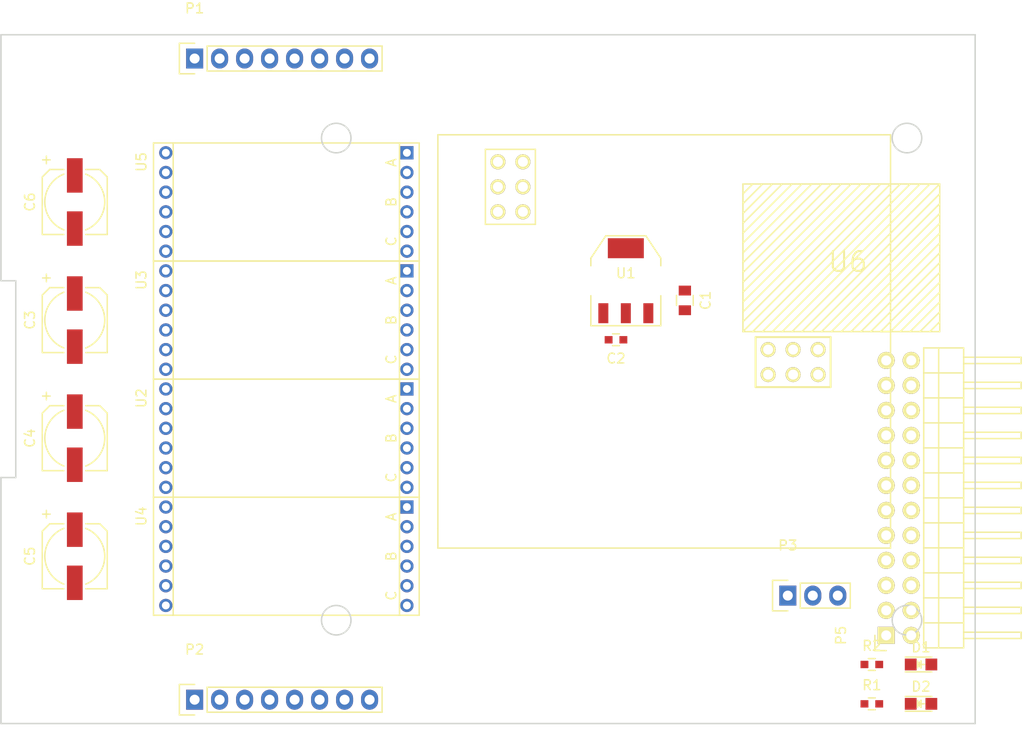
<source format=kicad_pcb>
(kicad_pcb (version 4) (host pcbnew 4.0.4-stable)

  (general
    (links 90)
    (no_connects 90)
    (area 50.399999 61.345 154.685001 135.975)
    (thickness 1.6)
    (drawings 14)
    (tracks 0)
    (zones 0)
    (modules 20)
    (nets 32)
  )

  (page A4)
  (layers
    (0 F.Cu signal)
    (31 B.Cu signal)
    (32 B.Adhes user)
    (33 F.Adhes user)
    (34 B.Paste user)
    (35 F.Paste user)
    (36 B.SilkS user)
    (37 F.SilkS user)
    (38 B.Mask user)
    (39 F.Mask user)
    (40 Dwgs.User user)
    (41 Cmts.User user)
    (42 Eco1.User user)
    (43 Eco2.User user)
    (44 Edge.Cuts user)
    (45 Margin user)
    (46 B.CrtYd user)
    (47 F.CrtYd user)
    (48 B.Fab user)
    (49 F.Fab user)
  )

  (setup
    (last_trace_width 0.25)
    (trace_clearance 0.2)
    (zone_clearance 0.508)
    (zone_45_only no)
    (trace_min 0.2)
    (segment_width 0.2)
    (edge_width 0.15)
    (via_size 0.6)
    (via_drill 0.4)
    (via_min_size 0.4)
    (via_min_drill 0.3)
    (uvia_size 0.3)
    (uvia_drill 0.1)
    (uvias_allowed no)
    (uvia_min_size 0.2)
    (uvia_min_drill 0.1)
    (pcb_text_width 0.3)
    (pcb_text_size 1.5 1.5)
    (mod_edge_width 0.15)
    (mod_text_size 1 1)
    (mod_text_width 0.15)
    (pad_size 1.524 1.524)
    (pad_drill 0.762)
    (pad_to_mask_clearance 0.2)
    (aux_axis_origin 0 0)
    (visible_elements 7FFFF7FF)
    (pcbplotparams
      (layerselection 0x00030_80000001)
      (usegerberextensions false)
      (excludeedgelayer true)
      (linewidth 0.100000)
      (plotframeref false)
      (viasonmask false)
      (mode 1)
      (useauxorigin false)
      (hpglpennumber 1)
      (hpglpenspeed 20)
      (hpglpendiameter 15)
      (hpglpenoverlay 2)
      (psnegative false)
      (psa4output false)
      (plotreference true)
      (plotvalue true)
      (plotinvisibletext false)
      (padsonsilk false)
      (subtractmaskfromsilk false)
      (outputformat 1)
      (mirror false)
      (drillshape 1)
      (scaleselection 1)
      (outputdirectory ""))
  )

  (net 0 "")
  (net 1 /5V)
  (net 2 GND)
  (net 3 /3V3)
  (net 4 /V_BAT)
  (net 5 "Net-(D1-Pad2)")
  (net 6 "Net-(D2-Pad1)")
  (net 7 /CH1)
  (net 8 /CH2)
  (net 9 /CH3)
  (net 10 /CH4)
  (net 11 /CH5)
  (net 12 /CH6)
  (net 13 /SCL)
  (net 14 /SDA)
  (net 15 /MOTOR_2A)
  (net 16 /MOTOR_1C)
  (net 17 /MOTOR_2B)
  (net 18 /MOTOR_1B)
  (net 19 /MOTOR_2C)
  (net 20 /MOTOR_1A)
  (net 21 /MOTOR_3A)
  (net 22 /T+)
  (net 23 /MOTOR_3B)
  (net 24 /T-)
  (net 25 /MOTOR_3C)
  (net 26 /MOTOR_4C)
  (net 27 /MOTOR_4B)
  (net 28 /MOTOR_4A)
  (net 29 "Net-(R1-Pad1)")
  (net 30 "Net-(R2-Pad1)")
  (net 31 "Net-(U6-PadNC)")

  (net_class Default "This is the default net class."
    (clearance 0.2)
    (trace_width 0.25)
    (via_dia 0.6)
    (via_drill 0.4)
    (uvia_dia 0.3)
    (uvia_drill 0.1)
    (add_net /3V3)
    (add_net /5V)
    (add_net /CH1)
    (add_net /CH2)
    (add_net /CH3)
    (add_net /CH4)
    (add_net /CH5)
    (add_net /CH6)
    (add_net /MOTOR_1A)
    (add_net /MOTOR_1B)
    (add_net /MOTOR_1C)
    (add_net /MOTOR_2A)
    (add_net /MOTOR_2B)
    (add_net /MOTOR_2C)
    (add_net /MOTOR_3A)
    (add_net /MOTOR_3B)
    (add_net /MOTOR_3C)
    (add_net /MOTOR_4A)
    (add_net /MOTOR_4B)
    (add_net /MOTOR_4C)
    (add_net /SCL)
    (add_net /SDA)
    (add_net /T+)
    (add_net /T-)
    (add_net /V_BAT)
    (add_net GND)
    (add_net "Net-(D1-Pad2)")
    (add_net "Net-(D2-Pad1)")
    (add_net "Net-(R1-Pad1)")
    (add_net "Net-(R2-Pad1)")
    (add_net "Net-(U6-PadNC)")
  )

  (module Capacitors_SMD:C_0805 (layer F.Cu) (tedit 5415D6EA) (tstamp 58288127)
    (at 120 92 270)
    (descr "Capacitor SMD 0805, reflow soldering, AVX (see smccp.pdf)")
    (tags "capacitor 0805")
    (path /58289D95)
    (attr smd)
    (fp_text reference C1 (at 0 -2.1 270) (layer F.SilkS)
      (effects (font (size 1 1) (thickness 0.15)))
    )
    (fp_text value C (at 0 2.1 270) (layer F.Fab)
      (effects (font (size 1 1) (thickness 0.15)))
    )
    (fp_line (start -1 0.625) (end -1 -0.625) (layer F.Fab) (width 0.15))
    (fp_line (start 1 0.625) (end -1 0.625) (layer F.Fab) (width 0.15))
    (fp_line (start 1 -0.625) (end 1 0.625) (layer F.Fab) (width 0.15))
    (fp_line (start -1 -0.625) (end 1 -0.625) (layer F.Fab) (width 0.15))
    (fp_line (start -1.8 -1) (end 1.8 -1) (layer F.CrtYd) (width 0.05))
    (fp_line (start -1.8 1) (end 1.8 1) (layer F.CrtYd) (width 0.05))
    (fp_line (start -1.8 -1) (end -1.8 1) (layer F.CrtYd) (width 0.05))
    (fp_line (start 1.8 -1) (end 1.8 1) (layer F.CrtYd) (width 0.05))
    (fp_line (start 0.5 -0.85) (end -0.5 -0.85) (layer F.SilkS) (width 0.15))
    (fp_line (start -0.5 0.85) (end 0.5 0.85) (layer F.SilkS) (width 0.15))
    (pad 1 smd rect (at -1 0 270) (size 1 1.25) (layers F.Cu F.Paste F.Mask)
      (net 1 /5V))
    (pad 2 smd rect (at 1 0 270) (size 1 1.25) (layers F.Cu F.Paste F.Mask)
      (net 2 GND))
    (model Capacitors_SMD.3dshapes/C_0805.wrl
      (at (xyz 0 0 0))
      (scale (xyz 1 1 1))
      (rotate (xyz 0 0 0))
    )
  )

  (module Capacitors_SMD:C_0603 (layer F.Cu) (tedit 5415D631) (tstamp 58288137)
    (at 113 96 180)
    (descr "Capacitor SMD 0603, reflow soldering, AVX (see smccp.pdf)")
    (tags "capacitor 0603")
    (path /5828A25A)
    (attr smd)
    (fp_text reference C2 (at 0 -1.9 180) (layer F.SilkS)
      (effects (font (size 1 1) (thickness 0.15)))
    )
    (fp_text value C (at 0 1.9 180) (layer F.Fab)
      (effects (font (size 1 1) (thickness 0.15)))
    )
    (fp_line (start -0.8 0.4) (end -0.8 -0.4) (layer F.Fab) (width 0.15))
    (fp_line (start 0.8 0.4) (end -0.8 0.4) (layer F.Fab) (width 0.15))
    (fp_line (start 0.8 -0.4) (end 0.8 0.4) (layer F.Fab) (width 0.15))
    (fp_line (start -0.8 -0.4) (end 0.8 -0.4) (layer F.Fab) (width 0.15))
    (fp_line (start -1.45 -0.75) (end 1.45 -0.75) (layer F.CrtYd) (width 0.05))
    (fp_line (start -1.45 0.75) (end 1.45 0.75) (layer F.CrtYd) (width 0.05))
    (fp_line (start -1.45 -0.75) (end -1.45 0.75) (layer F.CrtYd) (width 0.05))
    (fp_line (start 1.45 -0.75) (end 1.45 0.75) (layer F.CrtYd) (width 0.05))
    (fp_line (start -0.35 -0.6) (end 0.35 -0.6) (layer F.SilkS) (width 0.15))
    (fp_line (start 0.35 0.6) (end -0.35 0.6) (layer F.SilkS) (width 0.15))
    (pad 1 smd rect (at -0.75 0 180) (size 0.8 0.75) (layers F.Cu F.Paste F.Mask)
      (net 3 /3V3))
    (pad 2 smd rect (at 0.75 0 180) (size 0.8 0.75) (layers F.Cu F.Paste F.Mask)
      (net 2 GND))
    (model Capacitors_SMD.3dshapes/C_0603.wrl
      (at (xyz 0 0 0))
      (scale (xyz 1 1 1))
      (rotate (xyz 0 0 0))
    )
  )

  (module Capacitors_SMD:c_elec_6.3x4.5 (layer F.Cu) (tedit 57FA4558) (tstamp 58288153)
    (at 58 94 270)
    (descr "SMT capacitor, aluminium electrolytic, 6.3x4.5")
    (path /582859A4)
    (attr smd)
    (fp_text reference C3 (at 0 4.5593 270) (layer F.SilkS)
      (effects (font (size 1 1) (thickness 0.15)))
    )
    (fp_text value CP1 (at 0 -4.5593 270) (layer F.Fab)
      (effects (font (size 1 1) (thickness 0.15)))
    )
    (fp_line (start 3.1496 3.1496) (end 3.1496 -3.1496) (layer F.Fab) (width 0.15))
    (fp_line (start -2.4765 3.1496) (end 3.1496 3.1496) (layer F.Fab) (width 0.15))
    (fp_line (start -3.1496 2.4765) (end -2.4765 3.1496) (layer F.Fab) (width 0.15))
    (fp_line (start -3.1496 -2.4765) (end -3.1496 2.4765) (layer F.Fab) (width 0.15))
    (fp_line (start -2.4765 -3.1496) (end -3.1496 -2.4765) (layer F.Fab) (width 0.15))
    (fp_line (start 3.1496 -3.1496) (end -2.4765 -3.1496) (layer F.Fab) (width 0.15))
    (fp_text user + (at -1.7272 -0.0762 270) (layer F.Fab)
      (effects (font (size 1 1) (thickness 0.15)))
    )
    (fp_arc (start 0 0) (end 2.8321 1.1176) (angle 136.9297483) (layer F.SilkS) (width 0.15))
    (fp_arc (start 0 0) (end -2.8321 -1.1176) (angle 136.9770428) (layer F.SilkS) (width 0.15))
    (fp_line (start 3.302 3.302) (end 3.302 1.1176) (layer F.SilkS) (width 0.15))
    (fp_line (start 3.302 -3.302) (end 3.302 -1.1176) (layer F.SilkS) (width 0.15))
    (fp_line (start -3.302 2.54) (end -3.302 1.1176) (layer F.SilkS) (width 0.15))
    (fp_line (start -3.302 -2.54) (end -3.302 -1.1176) (layer F.SilkS) (width 0.15))
    (fp_text user + (at -4.2799 2.9591 270) (layer F.SilkS)
      (effects (font (size 1 1) (thickness 0.15)))
    )
    (fp_line (start 4.85 -3.6) (end -4.85 -3.6) (layer F.CrtYd) (width 0.05))
    (fp_line (start -4.85 -3.6) (end -4.85 3.6) (layer F.CrtYd) (width 0.05))
    (fp_line (start -4.85 3.6) (end 4.85 3.6) (layer F.CrtYd) (width 0.05))
    (fp_line (start 4.85 3.6) (end 4.85 -3.6) (layer F.CrtYd) (width 0.05))
    (fp_line (start 3.302 3.302) (end -2.54 3.302) (layer F.SilkS) (width 0.15))
    (fp_line (start -2.54 3.302) (end -3.302 2.54) (layer F.SilkS) (width 0.15))
    (fp_line (start -3.302 -2.54) (end -2.54 -3.302) (layer F.SilkS) (width 0.15))
    (fp_line (start -2.54 -3.302) (end 3.302 -3.302) (layer F.SilkS) (width 0.15))
    (pad 1 smd rect (at -2.7 0 90) (size 3.5 1.6) (layers F.Cu F.Paste F.Mask)
      (net 4 /V_BAT))
    (pad 2 smd rect (at 2.7 0 90) (size 3.5 1.6) (layers F.Cu F.Paste F.Mask)
      (net 2 GND))
    (model Capacitors_SMD.3dshapes/c_elec_6.3x4.5.wrl
      (at (xyz 0 0 0))
      (scale (xyz 1 1 1))
      (rotate (xyz 0 0 180))
    )
  )

  (module Capacitors_SMD:c_elec_6.3x4.5 (layer F.Cu) (tedit 57FA4558) (tstamp 5828816F)
    (at 58 106 270)
    (descr "SMT capacitor, aluminium electrolytic, 6.3x4.5")
    (path /58285CF8)
    (attr smd)
    (fp_text reference C4 (at 0 4.5593 270) (layer F.SilkS)
      (effects (font (size 1 1) (thickness 0.15)))
    )
    (fp_text value CP1 (at 0 -4.5593 270) (layer F.Fab)
      (effects (font (size 1 1) (thickness 0.15)))
    )
    (fp_line (start 3.1496 3.1496) (end 3.1496 -3.1496) (layer F.Fab) (width 0.15))
    (fp_line (start -2.4765 3.1496) (end 3.1496 3.1496) (layer F.Fab) (width 0.15))
    (fp_line (start -3.1496 2.4765) (end -2.4765 3.1496) (layer F.Fab) (width 0.15))
    (fp_line (start -3.1496 -2.4765) (end -3.1496 2.4765) (layer F.Fab) (width 0.15))
    (fp_line (start -2.4765 -3.1496) (end -3.1496 -2.4765) (layer F.Fab) (width 0.15))
    (fp_line (start 3.1496 -3.1496) (end -2.4765 -3.1496) (layer F.Fab) (width 0.15))
    (fp_text user + (at -1.7272 -0.0762 270) (layer F.Fab)
      (effects (font (size 1 1) (thickness 0.15)))
    )
    (fp_arc (start 0 0) (end 2.8321 1.1176) (angle 136.9297483) (layer F.SilkS) (width 0.15))
    (fp_arc (start 0 0) (end -2.8321 -1.1176) (angle 136.9770428) (layer F.SilkS) (width 0.15))
    (fp_line (start 3.302 3.302) (end 3.302 1.1176) (layer F.SilkS) (width 0.15))
    (fp_line (start 3.302 -3.302) (end 3.302 -1.1176) (layer F.SilkS) (width 0.15))
    (fp_line (start -3.302 2.54) (end -3.302 1.1176) (layer F.SilkS) (width 0.15))
    (fp_line (start -3.302 -2.54) (end -3.302 -1.1176) (layer F.SilkS) (width 0.15))
    (fp_text user + (at -4.2799 2.9591 270) (layer F.SilkS)
      (effects (font (size 1 1) (thickness 0.15)))
    )
    (fp_line (start 4.85 -3.6) (end -4.85 -3.6) (layer F.CrtYd) (width 0.05))
    (fp_line (start -4.85 -3.6) (end -4.85 3.6) (layer F.CrtYd) (width 0.05))
    (fp_line (start -4.85 3.6) (end 4.85 3.6) (layer F.CrtYd) (width 0.05))
    (fp_line (start 4.85 3.6) (end 4.85 -3.6) (layer F.CrtYd) (width 0.05))
    (fp_line (start 3.302 3.302) (end -2.54 3.302) (layer F.SilkS) (width 0.15))
    (fp_line (start -2.54 3.302) (end -3.302 2.54) (layer F.SilkS) (width 0.15))
    (fp_line (start -3.302 -2.54) (end -2.54 -3.302) (layer F.SilkS) (width 0.15))
    (fp_line (start -2.54 -3.302) (end 3.302 -3.302) (layer F.SilkS) (width 0.15))
    (pad 1 smd rect (at -2.7 0 90) (size 3.5 1.6) (layers F.Cu F.Paste F.Mask)
      (net 4 /V_BAT))
    (pad 2 smd rect (at 2.7 0 90) (size 3.5 1.6) (layers F.Cu F.Paste F.Mask)
      (net 2 GND))
    (model Capacitors_SMD.3dshapes/c_elec_6.3x4.5.wrl
      (at (xyz 0 0 0))
      (scale (xyz 1 1 1))
      (rotate (xyz 0 0 180))
    )
  )

  (module Capacitors_SMD:c_elec_6.3x4.5 (layer F.Cu) (tedit 57FA4558) (tstamp 5828818B)
    (at 58 118 270)
    (descr "SMT capacitor, aluminium electrolytic, 6.3x4.5")
    (path /58285D6D)
    (attr smd)
    (fp_text reference C5 (at 0 4.5593 270) (layer F.SilkS)
      (effects (font (size 1 1) (thickness 0.15)))
    )
    (fp_text value CP1 (at 0 -4.5593 270) (layer F.Fab)
      (effects (font (size 1 1) (thickness 0.15)))
    )
    (fp_line (start 3.1496 3.1496) (end 3.1496 -3.1496) (layer F.Fab) (width 0.15))
    (fp_line (start -2.4765 3.1496) (end 3.1496 3.1496) (layer F.Fab) (width 0.15))
    (fp_line (start -3.1496 2.4765) (end -2.4765 3.1496) (layer F.Fab) (width 0.15))
    (fp_line (start -3.1496 -2.4765) (end -3.1496 2.4765) (layer F.Fab) (width 0.15))
    (fp_line (start -2.4765 -3.1496) (end -3.1496 -2.4765) (layer F.Fab) (width 0.15))
    (fp_line (start 3.1496 -3.1496) (end -2.4765 -3.1496) (layer F.Fab) (width 0.15))
    (fp_text user + (at -1.7272 -0.0762 270) (layer F.Fab)
      (effects (font (size 1 1) (thickness 0.15)))
    )
    (fp_arc (start 0 0) (end 2.8321 1.1176) (angle 136.9297483) (layer F.SilkS) (width 0.15))
    (fp_arc (start 0 0) (end -2.8321 -1.1176) (angle 136.9770428) (layer F.SilkS) (width 0.15))
    (fp_line (start 3.302 3.302) (end 3.302 1.1176) (layer F.SilkS) (width 0.15))
    (fp_line (start 3.302 -3.302) (end 3.302 -1.1176) (layer F.SilkS) (width 0.15))
    (fp_line (start -3.302 2.54) (end -3.302 1.1176) (layer F.SilkS) (width 0.15))
    (fp_line (start -3.302 -2.54) (end -3.302 -1.1176) (layer F.SilkS) (width 0.15))
    (fp_text user + (at -4.2799 2.9591 270) (layer F.SilkS)
      (effects (font (size 1 1) (thickness 0.15)))
    )
    (fp_line (start 4.85 -3.6) (end -4.85 -3.6) (layer F.CrtYd) (width 0.05))
    (fp_line (start -4.85 -3.6) (end -4.85 3.6) (layer F.CrtYd) (width 0.05))
    (fp_line (start -4.85 3.6) (end 4.85 3.6) (layer F.CrtYd) (width 0.05))
    (fp_line (start 4.85 3.6) (end 4.85 -3.6) (layer F.CrtYd) (width 0.05))
    (fp_line (start 3.302 3.302) (end -2.54 3.302) (layer F.SilkS) (width 0.15))
    (fp_line (start -2.54 3.302) (end -3.302 2.54) (layer F.SilkS) (width 0.15))
    (fp_line (start -3.302 -2.54) (end -2.54 -3.302) (layer F.SilkS) (width 0.15))
    (fp_line (start -2.54 -3.302) (end 3.302 -3.302) (layer F.SilkS) (width 0.15))
    (pad 1 smd rect (at -2.7 0 90) (size 3.5 1.6) (layers F.Cu F.Paste F.Mask)
      (net 4 /V_BAT))
    (pad 2 smd rect (at 2.7 0 90) (size 3.5 1.6) (layers F.Cu F.Paste F.Mask)
      (net 2 GND))
    (model Capacitors_SMD.3dshapes/c_elec_6.3x4.5.wrl
      (at (xyz 0 0 0))
      (scale (xyz 1 1 1))
      (rotate (xyz 0 0 180))
    )
  )

  (module Capacitors_SMD:c_elec_6.3x4.5 (layer F.Cu) (tedit 57FA4558) (tstamp 582881A7)
    (at 58 82 270)
    (descr "SMT capacitor, aluminium electrolytic, 6.3x4.5")
    (path /58285DF2)
    (attr smd)
    (fp_text reference C6 (at 0 4.5593 270) (layer F.SilkS)
      (effects (font (size 1 1) (thickness 0.15)))
    )
    (fp_text value CP1 (at 0 -4.5593 270) (layer F.Fab)
      (effects (font (size 1 1) (thickness 0.15)))
    )
    (fp_line (start 3.1496 3.1496) (end 3.1496 -3.1496) (layer F.Fab) (width 0.15))
    (fp_line (start -2.4765 3.1496) (end 3.1496 3.1496) (layer F.Fab) (width 0.15))
    (fp_line (start -3.1496 2.4765) (end -2.4765 3.1496) (layer F.Fab) (width 0.15))
    (fp_line (start -3.1496 -2.4765) (end -3.1496 2.4765) (layer F.Fab) (width 0.15))
    (fp_line (start -2.4765 -3.1496) (end -3.1496 -2.4765) (layer F.Fab) (width 0.15))
    (fp_line (start 3.1496 -3.1496) (end -2.4765 -3.1496) (layer F.Fab) (width 0.15))
    (fp_text user + (at -1.7272 -0.0762 270) (layer F.Fab)
      (effects (font (size 1 1) (thickness 0.15)))
    )
    (fp_arc (start 0 0) (end 2.8321 1.1176) (angle 136.9297483) (layer F.SilkS) (width 0.15))
    (fp_arc (start 0 0) (end -2.8321 -1.1176) (angle 136.9770428) (layer F.SilkS) (width 0.15))
    (fp_line (start 3.302 3.302) (end 3.302 1.1176) (layer F.SilkS) (width 0.15))
    (fp_line (start 3.302 -3.302) (end 3.302 -1.1176) (layer F.SilkS) (width 0.15))
    (fp_line (start -3.302 2.54) (end -3.302 1.1176) (layer F.SilkS) (width 0.15))
    (fp_line (start -3.302 -2.54) (end -3.302 -1.1176) (layer F.SilkS) (width 0.15))
    (fp_text user + (at -4.2799 2.9591 270) (layer F.SilkS)
      (effects (font (size 1 1) (thickness 0.15)))
    )
    (fp_line (start 4.85 -3.6) (end -4.85 -3.6) (layer F.CrtYd) (width 0.05))
    (fp_line (start -4.85 -3.6) (end -4.85 3.6) (layer F.CrtYd) (width 0.05))
    (fp_line (start -4.85 3.6) (end 4.85 3.6) (layer F.CrtYd) (width 0.05))
    (fp_line (start 4.85 3.6) (end 4.85 -3.6) (layer F.CrtYd) (width 0.05))
    (fp_line (start 3.302 3.302) (end -2.54 3.302) (layer F.SilkS) (width 0.15))
    (fp_line (start -2.54 3.302) (end -3.302 2.54) (layer F.SilkS) (width 0.15))
    (fp_line (start -3.302 -2.54) (end -2.54 -3.302) (layer F.SilkS) (width 0.15))
    (fp_line (start -2.54 -3.302) (end 3.302 -3.302) (layer F.SilkS) (width 0.15))
    (pad 1 smd rect (at -2.7 0 90) (size 3.5 1.6) (layers F.Cu F.Paste F.Mask)
      (net 4 /V_BAT))
    (pad 2 smd rect (at 2.7 0 90) (size 3.5 1.6) (layers F.Cu F.Paste F.Mask)
      (net 2 GND))
    (model Capacitors_SMD.3dshapes/c_elec_6.3x4.5.wrl
      (at (xyz 0 0 0))
      (scale (xyz 1 1 1))
      (rotate (xyz 0 0 180))
    )
  )

  (module LEDs:LED_0805 (layer F.Cu) (tedit 55BDE1C2) (tstamp 582881C2)
    (at 144 129)
    (descr "LED 0805 smd package")
    (tags "LED 0805 SMD")
    (path /5828739F)
    (attr smd)
    (fp_text reference D1 (at 0 -1.75) (layer F.SilkS)
      (effects (font (size 1 1) (thickness 0.15)))
    )
    (fp_text value LED (at 0 1.75) (layer F.Fab)
      (effects (font (size 1 1) (thickness 0.15)))
    )
    (fp_line (start -0.4 -0.3) (end -0.4 0.3) (layer F.Fab) (width 0.15))
    (fp_line (start -0.3 0) (end 0 -0.3) (layer F.Fab) (width 0.15))
    (fp_line (start 0 0.3) (end -0.3 0) (layer F.Fab) (width 0.15))
    (fp_line (start 0 -0.3) (end 0 0.3) (layer F.Fab) (width 0.15))
    (fp_line (start 1 -0.6) (end -1 -0.6) (layer F.Fab) (width 0.15))
    (fp_line (start 1 0.6) (end 1 -0.6) (layer F.Fab) (width 0.15))
    (fp_line (start -1 0.6) (end 1 0.6) (layer F.Fab) (width 0.15))
    (fp_line (start -1 -0.6) (end -1 0.6) (layer F.Fab) (width 0.15))
    (fp_line (start -1.6 0.75) (end 1.1 0.75) (layer F.SilkS) (width 0.15))
    (fp_line (start -1.6 -0.75) (end 1.1 -0.75) (layer F.SilkS) (width 0.15))
    (fp_line (start -0.1 0.15) (end -0.1 -0.1) (layer F.SilkS) (width 0.15))
    (fp_line (start -0.1 -0.1) (end -0.25 0.05) (layer F.SilkS) (width 0.15))
    (fp_line (start -0.35 -0.35) (end -0.35 0.35) (layer F.SilkS) (width 0.15))
    (fp_line (start 0 0) (end 0.35 0) (layer F.SilkS) (width 0.15))
    (fp_line (start -0.35 0) (end 0 -0.35) (layer F.SilkS) (width 0.15))
    (fp_line (start 0 -0.35) (end 0 0.35) (layer F.SilkS) (width 0.15))
    (fp_line (start 0 0.35) (end -0.35 0) (layer F.SilkS) (width 0.15))
    (fp_line (start 1.9 -0.95) (end 1.9 0.95) (layer F.CrtYd) (width 0.05))
    (fp_line (start 1.9 0.95) (end -1.9 0.95) (layer F.CrtYd) (width 0.05))
    (fp_line (start -1.9 0.95) (end -1.9 -0.95) (layer F.CrtYd) (width 0.05))
    (fp_line (start -1.9 -0.95) (end 1.9 -0.95) (layer F.CrtYd) (width 0.05))
    (pad 2 smd rect (at 1.04902 0 180) (size 1.19888 1.19888) (layers F.Cu F.Paste F.Mask)
      (net 5 "Net-(D1-Pad2)"))
    (pad 1 smd rect (at -1.04902 0 180) (size 1.19888 1.19888) (layers F.Cu F.Paste F.Mask)
      (net 2 GND))
    (model LEDs.3dshapes/LED_0805.wrl
      (at (xyz 0 0 0))
      (scale (xyz 1 1 1))
      (rotate (xyz 0 0 0))
    )
  )

  (module LEDs:LED_0805 (layer F.Cu) (tedit 55BDE1C2) (tstamp 582881DD)
    (at 144 133)
    (descr "LED 0805 smd package")
    (tags "LED 0805 SMD")
    (path /582875B3)
    (attr smd)
    (fp_text reference D2 (at 0 -1.75) (layer F.SilkS)
      (effects (font (size 1 1) (thickness 0.15)))
    )
    (fp_text value LED (at 0 1.75) (layer F.Fab)
      (effects (font (size 1 1) (thickness 0.15)))
    )
    (fp_line (start -0.4 -0.3) (end -0.4 0.3) (layer F.Fab) (width 0.15))
    (fp_line (start -0.3 0) (end 0 -0.3) (layer F.Fab) (width 0.15))
    (fp_line (start 0 0.3) (end -0.3 0) (layer F.Fab) (width 0.15))
    (fp_line (start 0 -0.3) (end 0 0.3) (layer F.Fab) (width 0.15))
    (fp_line (start 1 -0.6) (end -1 -0.6) (layer F.Fab) (width 0.15))
    (fp_line (start 1 0.6) (end 1 -0.6) (layer F.Fab) (width 0.15))
    (fp_line (start -1 0.6) (end 1 0.6) (layer F.Fab) (width 0.15))
    (fp_line (start -1 -0.6) (end -1 0.6) (layer F.Fab) (width 0.15))
    (fp_line (start -1.6 0.75) (end 1.1 0.75) (layer F.SilkS) (width 0.15))
    (fp_line (start -1.6 -0.75) (end 1.1 -0.75) (layer F.SilkS) (width 0.15))
    (fp_line (start -0.1 0.15) (end -0.1 -0.1) (layer F.SilkS) (width 0.15))
    (fp_line (start -0.1 -0.1) (end -0.25 0.05) (layer F.SilkS) (width 0.15))
    (fp_line (start -0.35 -0.35) (end -0.35 0.35) (layer F.SilkS) (width 0.15))
    (fp_line (start 0 0) (end 0.35 0) (layer F.SilkS) (width 0.15))
    (fp_line (start -0.35 0) (end 0 -0.35) (layer F.SilkS) (width 0.15))
    (fp_line (start 0 -0.35) (end 0 0.35) (layer F.SilkS) (width 0.15))
    (fp_line (start 0 0.35) (end -0.35 0) (layer F.SilkS) (width 0.15))
    (fp_line (start 1.9 -0.95) (end 1.9 0.95) (layer F.CrtYd) (width 0.05))
    (fp_line (start 1.9 0.95) (end -1.9 0.95) (layer F.CrtYd) (width 0.05))
    (fp_line (start -1.9 0.95) (end -1.9 -0.95) (layer F.CrtYd) (width 0.05))
    (fp_line (start -1.9 -0.95) (end 1.9 -0.95) (layer F.CrtYd) (width 0.05))
    (pad 2 smd rect (at 1.04902 0 180) (size 1.19888 1.19888) (layers F.Cu F.Paste F.Mask)
      (net 3 /3V3))
    (pad 1 smd rect (at -1.04902 0 180) (size 1.19888 1.19888) (layers F.Cu F.Paste F.Mask)
      (net 6 "Net-(D2-Pad1)"))
    (model LEDs.3dshapes/LED_0805.wrl
      (at (xyz 0 0 0))
      (scale (xyz 1 1 1))
      (rotate (xyz 0 0 0))
    )
  )

  (module Socket_Strips:Socket_Strip_Straight_1x03 (layer F.Cu) (tedit 54E9F429) (tstamp 5828821F)
    (at 130.46 122)
    (descr "Through hole socket strip")
    (tags "socket strip")
    (path /5828FD4F)
    (fp_text reference P3 (at 0 -5.1) (layer F.SilkS)
      (effects (font (size 1 1) (thickness 0.15)))
    )
    (fp_text value CONN_01X03 (at 0 -3.1) (layer F.Fab)
      (effects (font (size 1 1) (thickness 0.15)))
    )
    (fp_line (start 0 -1.55) (end -1.55 -1.55) (layer F.SilkS) (width 0.15))
    (fp_line (start -1.55 -1.55) (end -1.55 1.55) (layer F.SilkS) (width 0.15))
    (fp_line (start -1.55 1.55) (end 0 1.55) (layer F.SilkS) (width 0.15))
    (fp_line (start -1.75 -1.75) (end -1.75 1.75) (layer F.CrtYd) (width 0.05))
    (fp_line (start 6.85 -1.75) (end 6.85 1.75) (layer F.CrtYd) (width 0.05))
    (fp_line (start -1.75 -1.75) (end 6.85 -1.75) (layer F.CrtYd) (width 0.05))
    (fp_line (start -1.75 1.75) (end 6.85 1.75) (layer F.CrtYd) (width 0.05))
    (fp_line (start 1.27 -1.27) (end 6.35 -1.27) (layer F.SilkS) (width 0.15))
    (fp_line (start 6.35 -1.27) (end 6.35 1.27) (layer F.SilkS) (width 0.15))
    (fp_line (start 6.35 1.27) (end 1.27 1.27) (layer F.SilkS) (width 0.15))
    (fp_line (start 1.27 1.27) (end 1.27 -1.27) (layer F.SilkS) (width 0.15))
    (pad 1 thru_hole rect (at 0 0) (size 1.7272 2.032) (drill 1.016) (layers *.Cu *.Mask)
      (net 2 GND))
    (pad 2 thru_hole oval (at 2.54 0) (size 1.7272 2.032) (drill 1.016) (layers *.Cu *.Mask)
      (net 1 /5V))
    (pad 3 thru_hole oval (at 5.08 0) (size 1.7272 2.032) (drill 1.016) (layers *.Cu *.Mask)
      (net 1 /5V))
    (model Socket_Strips.3dshapes/Socket_Strip_Straight_1x03.wrl
      (at (xyz 0.1 0 0))
      (scale (xyz 1 1 1))
      (rotate (xyz 0 0 180))
    )
  )

  (module KiCad_Footprint:Socket_Strip_Angled_2x12 (layer F.Cu) (tedit 58287E97) (tstamp 5828827A)
    (at 140.46 126.04 90)
    (descr "Through hole socket strip")
    (tags "socket strip")
    (path /58292448)
    (fp_text reference P5 (at 0 -4.6 90) (layer F.SilkS)
      (effects (font (size 1 1) (thickness 0.15)))
    )
    (fp_text value CONN_02X12 (at 0 -2.6 90) (layer F.Fab)
      (effects (font (size 1 1) (thickness 0.15)))
    )
    (fp_line (start 0.32 13.71) (end 0.32 7.87) (layer F.SilkS) (width 0.15))
    (fp_line (start -0.32 13.71) (end 0.32 13.71) (layer F.SilkS) (width 0.15))
    (fp_line (start -0.32 7.87) (end -0.32 13.71) (layer F.SilkS) (width 0.15))
    (fp_line (start -1.27 7.87) (end 29.21 7.87) (layer F.SilkS) (width 0.15))
    (fp_line (start -1.27 5.33) (end 29.21 5.33) (layer F.SilkS) (width 0.15))
    (fp_line (start -1.75 -1.35) (end -1.75 14) (layer F.CrtYd) (width 0.05))
    (fp_line (start 29.5 -1.35) (end 29.5 14) (layer F.CrtYd) (width 0.05))
    (fp_line (start -1.75 -1.35) (end 29.5 -1.35) (layer F.CrtYd) (width 0.05))
    (fp_line (start -1.75 14) (end 29.5 14) (layer F.CrtYd) (width 0.05))
    (fp_line (start 11.43 3.81) (end 29.21 3.81) (layer F.SilkS) (width 0.15))
    (fp_line (start 13.97 3.81) (end 13.97 7.87) (layer F.SilkS) (width 0.15))
    (fp_line (start 8.89 3.81) (end 11.43 3.81) (layer F.SilkS) (width 0.15))
    (fp_line (start 11.43 7.87) (end 11.43 3.81) (layer F.SilkS) (width 0.15))
    (fp_line (start 6.35 3.81) (end 8.89 3.81) (layer F.SilkS) (width 0.15))
    (fp_line (start 8.89 3.81) (end 8.89 7.87) (layer F.SilkS) (width 0.15))
    (fp_line (start 3.81 3.81) (end 6.35 3.81) (layer F.SilkS) (width 0.15))
    (fp_line (start 6.35 7.87) (end 6.35 3.81) (layer F.SilkS) (width 0.15))
    (fp_line (start 1.27 3.81) (end 3.81 3.81) (layer F.SilkS) (width 0.15))
    (fp_line (start 3.81 3.81) (end 3.81 7.87) (layer F.SilkS) (width 0.15))
    (fp_line (start 1.27 3.81) (end 1.27 7.87) (layer F.SilkS) (width 0.15))
    (fp_line (start -1.27 3.81) (end 1.27 3.81) (layer F.SilkS) (width 0.15))
    (fp_line (start 0 -1.15) (end -1.55 -1.15) (layer F.SilkS) (width 0.15))
    (fp_line (start -1.55 -1.15) (end -1.55 0) (layer F.SilkS) (width 0.15))
    (fp_line (start -1.27 3.81) (end -1.27 7.87) (layer F.SilkS) (width 0.15))
    (fp_line (start 2.86 13.71) (end 2.86 7.87) (layer F.SilkS) (width 0.15))
    (fp_line (start 5.4 13.71) (end 5.4 7.87) (layer F.SilkS) (width 0.15))
    (fp_line (start 7.94 13.71) (end 7.94 7.87) (layer F.SilkS) (width 0.15))
    (fp_line (start 10.48 13.71) (end 10.48 7.87) (layer F.SilkS) (width 0.15))
    (fp_line (start 13.02 13.71) (end 13.02 7.87) (layer F.SilkS) (width 0.15))
    (fp_line (start 2.22 7.87) (end 2.22 13.71) (layer F.SilkS) (width 0.15))
    (fp_line (start 4.76 7.87) (end 4.76 13.71) (layer F.SilkS) (width 0.15))
    (fp_line (start 7.3 7.87) (end 7.3 13.71) (layer F.SilkS) (width 0.15))
    (fp_line (start 9.84 7.87) (end 9.84 13.71) (layer F.SilkS) (width 0.15))
    (fp_line (start 12.38 7.87) (end 12.38 13.71) (layer F.SilkS) (width 0.15))
    (fp_line (start 2.22 13.71) (end 2.86 13.71) (layer F.SilkS) (width 0.15))
    (fp_line (start 4.76 13.71) (end 5.4 13.71) (layer F.SilkS) (width 0.15))
    (fp_line (start 7.3 13.71) (end 7.94 13.71) (layer F.SilkS) (width 0.15))
    (fp_line (start 9.84 13.71) (end 10.48 13.71) (layer F.SilkS) (width 0.15))
    (fp_line (start 12.38 13.71) (end 13.02 13.71) (layer F.SilkS) (width 0.15))
    (fp_line (start 14.92 7.87) (end 14.92 13.71) (layer F.SilkS) (width 0.15))
    (fp_line (start 17.46 7.87) (end 17.46 13.71) (layer F.SilkS) (width 0.15))
    (fp_line (start 20 7.87) (end 20 13.71) (layer F.SilkS) (width 0.15))
    (fp_line (start 14.92 13.71) (end 15.56 13.71) (layer F.SilkS) (width 0.15))
    (fp_line (start 17.46 13.71) (end 18.1 13.71) (layer F.SilkS) (width 0.15))
    (fp_line (start 20 13.71) (end 20.64 13.71) (layer F.SilkS) (width 0.15))
    (fp_line (start 15.56 13.71) (end 15.56 7.87) (layer F.SilkS) (width 0.15))
    (fp_line (start 18.1 13.71) (end 18.1 7.87) (layer F.SilkS) (width 0.15))
    (fp_line (start 20.64 13.71) (end 20.64 7.87) (layer F.SilkS) (width 0.15))
    (fp_line (start 16.51 3.81) (end 16.51 7.87) (layer F.SilkS) (width 0.15))
    (fp_line (start 19.05 3.81) (end 19.05 7.87) (layer F.SilkS) (width 0.15))
    (fp_line (start 21.59 3.81) (end 21.59 7.87) (layer F.SilkS) (width 0.15))
    (fp_line (start 22.54 7.87) (end 22.54 13.71) (layer F.SilkS) (width 0.15))
    (fp_line (start 25.08 7.87) (end 25.08 13.71) (layer F.SilkS) (width 0.15))
    (fp_line (start 27.62 7.87) (end 27.62 13.71) (layer F.SilkS) (width 0.15))
    (fp_line (start 22.54 13.71) (end 23.18 13.71) (layer F.SilkS) (width 0.15))
    (fp_line (start 25.08 13.71) (end 25.72 13.71) (layer F.SilkS) (width 0.15))
    (fp_line (start 27.62 13.71) (end 28.26 13.71) (layer F.SilkS) (width 0.15))
    (fp_line (start 23.18 13.71) (end 23.18 7.87) (layer F.SilkS) (width 0.15))
    (fp_line (start 25.72 13.71) (end 25.72 7.87) (layer F.SilkS) (width 0.15))
    (fp_line (start 28.26 13.71) (end 28.26 7.87) (layer F.SilkS) (width 0.15))
    (fp_line (start 24.13 3.81) (end 24.13 7.87) (layer F.SilkS) (width 0.15))
    (fp_line (start 26.67 3.81) (end 26.67 7.87) (layer F.SilkS) (width 0.15))
    (fp_line (start 29.21 3.81) (end 29.21 7.87) (layer F.SilkS) (width 0.15))
    (pad 1 thru_hole rect (at 0 0 90) (size 1.7272 1.7272) (drill 1.016) (layers *.Cu *.Mask F.SilkS)
      (net 15 /MOTOR_2A))
    (pad 2 thru_hole oval (at 0 2.54 90) (size 1.7272 1.7272) (drill 1.016) (layers *.Cu *.Mask F.SilkS)
      (net 16 /MOTOR_1C))
    (pad 3 thru_hole oval (at 2.54 0 90) (size 1.7272 1.7272) (drill 1.016) (layers *.Cu *.Mask F.SilkS)
      (net 17 /MOTOR_2B))
    (pad 4 thru_hole oval (at 2.54 2.54 90) (size 1.7272 1.7272) (drill 1.016) (layers *.Cu *.Mask F.SilkS)
      (net 18 /MOTOR_1B))
    (pad 5 thru_hole oval (at 5.08 0 90) (size 1.7272 1.7272) (drill 1.016) (layers *.Cu *.Mask F.SilkS)
      (net 19 /MOTOR_2C))
    (pad 6 thru_hole oval (at 5.08 2.54 90) (size 1.7272 1.7272) (drill 1.016) (layers *.Cu *.Mask F.SilkS)
      (net 20 /MOTOR_1A))
    (pad 7 thru_hole oval (at 7.62 0 90) (size 1.7272 1.7272) (drill 1.016) (layers *.Cu *.Mask F.SilkS)
      (net 21 /MOTOR_3A))
    (pad 8 thru_hole oval (at 7.62 2.54 90) (size 1.7272 1.7272) (drill 1.016) (layers *.Cu *.Mask F.SilkS)
      (net 22 /T+))
    (pad 9 thru_hole oval (at 10.16 0 90) (size 1.7272 1.7272) (drill 1.016) (layers *.Cu *.Mask F.SilkS)
      (net 23 /MOTOR_3B))
    (pad 10 thru_hole oval (at 10.16 2.54 90) (size 1.7272 1.7272) (drill 1.016) (layers *.Cu *.Mask F.SilkS)
      (net 24 /T-))
    (pad 11 thru_hole oval (at 12.7 0 90) (size 1.7272 1.7272) (drill 1.016) (layers *.Cu *.Mask F.SilkS)
      (net 25 /MOTOR_3C))
    (pad 12 thru_hole oval (at 12.7 2.54 90) (size 1.7272 1.7272) (drill 1.016) (layers *.Cu *.Mask F.SilkS)
      (net 11 /CH5))
    (pad 13 thru_hole oval (at 15.24 0 90) (size 1.7272 1.7272) (drill 1.016) (layers *.Cu *.Mask F.SilkS)
      (net 26 /MOTOR_4C))
    (pad 15 thru_hole oval (at 17.78 0 90) (size 1.7272 1.7272) (drill 1.016) (layers *.Cu *.Mask F.SilkS)
      (net 27 /MOTOR_4B))
    (pad 17 thru_hole oval (at 20.32 0 90) (size 1.7272 1.7272) (drill 1.016) (layers *.Cu *.Mask F.SilkS)
      (net 28 /MOTOR_4A))
    (pad 14 thru_hole oval (at 15.24 2.54 90) (size 1.7272 1.7272) (drill 1.016) (layers *.Cu *.Mask F.SilkS)
      (net 12 /CH6))
    (pad 16 thru_hole oval (at 17.78 2.54 90) (size 1.7272 1.7272) (drill 1.016) (layers *.Cu *.Mask F.SilkS)
      (net 13 /SCL))
    (pad 18 thru_hole oval (at 20.32 2.54 90) (size 1.7272 1.7272) (drill 1.016) (layers *.Cu *.Mask F.SilkS)
      (net 14 /SDA))
    (pad 19 thru_hole oval (at 22.86 0 90) (size 1.7272 1.7272) (drill 1.016) (layers *.Cu *.Mask F.SilkS)
      (net 4 /V_BAT))
    (pad 21 thru_hole oval (at 25.4 0 90) (size 1.7272 1.7272) (drill 1.016) (layers *.Cu *.Mask F.SilkS)
      (net 4 /V_BAT))
    (pad 23 thru_hole oval (at 27.94 0 90) (size 1.7272 1.7272) (drill 1.016) (layers *.Cu *.Mask F.SilkS)
      (net 2 GND))
    (pad 20 thru_hole oval (at 22.86 2.54 90) (size 1.7272 1.7272) (drill 1.016) (layers *.Cu *.Mask F.SilkS)
      (net 1 /5V))
    (pad 22 thru_hole oval (at 25.4 2.54 90) (size 1.7272 1.7272) (drill 1.016) (layers *.Cu *.Mask F.SilkS)
      (net 2 GND))
    (pad 24 thru_hole oval (at 27.94 2.54 90) (size 1.7272 1.7272) (drill 1.016) (layers *.Cu *.Mask F.SilkS)
      (net 2 GND))
    (model Socket_Strips.3dshapes/Socket_Strip_Angled_2x06.wrl
      (at (xyz 0.25 -0.05 0))
      (scale (xyz 1 1 1))
      (rotate (xyz 0 0 180))
    )
  )

  (module Capacitors_SMD:C_0603 (layer F.Cu) (tedit 5415D631) (tstamp 5828828A)
    (at 139 133)
    (descr "Capacitor SMD 0603, reflow soldering, AVX (see smccp.pdf)")
    (tags "capacitor 0603")
    (path /58287494)
    (attr smd)
    (fp_text reference R1 (at 0 -1.9) (layer F.SilkS)
      (effects (font (size 1 1) (thickness 0.15)))
    )
    (fp_text value 330 (at 0 1.9) (layer F.Fab)
      (effects (font (size 1 1) (thickness 0.15)))
    )
    (fp_line (start -0.8 0.4) (end -0.8 -0.4) (layer F.Fab) (width 0.15))
    (fp_line (start 0.8 0.4) (end -0.8 0.4) (layer F.Fab) (width 0.15))
    (fp_line (start 0.8 -0.4) (end 0.8 0.4) (layer F.Fab) (width 0.15))
    (fp_line (start -0.8 -0.4) (end 0.8 -0.4) (layer F.Fab) (width 0.15))
    (fp_line (start -1.45 -0.75) (end 1.45 -0.75) (layer F.CrtYd) (width 0.05))
    (fp_line (start -1.45 0.75) (end 1.45 0.75) (layer F.CrtYd) (width 0.05))
    (fp_line (start -1.45 -0.75) (end -1.45 0.75) (layer F.CrtYd) (width 0.05))
    (fp_line (start 1.45 -0.75) (end 1.45 0.75) (layer F.CrtYd) (width 0.05))
    (fp_line (start -0.35 -0.6) (end 0.35 -0.6) (layer F.SilkS) (width 0.15))
    (fp_line (start 0.35 0.6) (end -0.35 0.6) (layer F.SilkS) (width 0.15))
    (pad 1 smd rect (at -0.75 0) (size 0.8 0.75) (layers F.Cu F.Paste F.Mask)
      (net 29 "Net-(R1-Pad1)"))
    (pad 2 smd rect (at 0.75 0) (size 0.8 0.75) (layers F.Cu F.Paste F.Mask)
      (net 5 "Net-(D1-Pad2)"))
    (model Capacitors_SMD.3dshapes/C_0603.wrl
      (at (xyz 0 0 0))
      (scale (xyz 1 1 1))
      (rotate (xyz 0 0 0))
    )
  )

  (module Capacitors_SMD:C_0603 (layer F.Cu) (tedit 5415D631) (tstamp 5828829A)
    (at 139 129)
    (descr "Capacitor SMD 0603, reflow soldering, AVX (see smccp.pdf)")
    (tags "capacitor 0603")
    (path /582877C3)
    (attr smd)
    (fp_text reference R2 (at 0 -1.9) (layer F.SilkS)
      (effects (font (size 1 1) (thickness 0.15)))
    )
    (fp_text value 330 (at 0 1.9) (layer F.Fab)
      (effects (font (size 1 1) (thickness 0.15)))
    )
    (fp_line (start -0.8 0.4) (end -0.8 -0.4) (layer F.Fab) (width 0.15))
    (fp_line (start 0.8 0.4) (end -0.8 0.4) (layer F.Fab) (width 0.15))
    (fp_line (start 0.8 -0.4) (end 0.8 0.4) (layer F.Fab) (width 0.15))
    (fp_line (start -0.8 -0.4) (end 0.8 -0.4) (layer F.Fab) (width 0.15))
    (fp_line (start -1.45 -0.75) (end 1.45 -0.75) (layer F.CrtYd) (width 0.05))
    (fp_line (start -1.45 0.75) (end 1.45 0.75) (layer F.CrtYd) (width 0.05))
    (fp_line (start -1.45 -0.75) (end -1.45 0.75) (layer F.CrtYd) (width 0.05))
    (fp_line (start 1.45 -0.75) (end 1.45 0.75) (layer F.CrtYd) (width 0.05))
    (fp_line (start -0.35 -0.6) (end 0.35 -0.6) (layer F.SilkS) (width 0.15))
    (fp_line (start 0.35 0.6) (end -0.35 0.6) (layer F.SilkS) (width 0.15))
    (pad 1 smd rect (at -0.75 0) (size 0.8 0.75) (layers F.Cu F.Paste F.Mask)
      (net 30 "Net-(R2-Pad1)"))
    (pad 2 smd rect (at 0.75 0) (size 0.8 0.75) (layers F.Cu F.Paste F.Mask)
      (net 6 "Net-(D2-Pad1)"))
    (model Capacitors_SMD.3dshapes/C_0603.wrl
      (at (xyz 0 0 0))
      (scale (xyz 1 1 1))
      (rotate (xyz 0 0 0))
    )
  )

  (module TO_SOT_Packages_SMD:SOT-223 (layer F.Cu) (tedit 0) (tstamp 582882AA)
    (at 114 90)
    (descr "module CMS SOT223 4 pins")
    (tags "CMS SOT")
    (path /58289A85)
    (attr smd)
    (fp_text reference U1 (at 0 -0.762) (layer F.SilkS)
      (effects (font (size 1 1) (thickness 0.15)))
    )
    (fp_text value TLV1117LV33 (at 0 0.762) (layer F.Fab)
      (effects (font (size 1 1) (thickness 0.15)))
    )
    (fp_line (start -3.556 1.524) (end -3.556 4.572) (layer F.SilkS) (width 0.15))
    (fp_line (start -3.556 4.572) (end 3.556 4.572) (layer F.SilkS) (width 0.15))
    (fp_line (start 3.556 4.572) (end 3.556 1.524) (layer F.SilkS) (width 0.15))
    (fp_line (start -3.556 -1.524) (end -3.556 -2.286) (layer F.SilkS) (width 0.15))
    (fp_line (start -3.556 -2.286) (end -2.032 -4.572) (layer F.SilkS) (width 0.15))
    (fp_line (start -2.032 -4.572) (end 2.032 -4.572) (layer F.SilkS) (width 0.15))
    (fp_line (start 2.032 -4.572) (end 3.556 -2.286) (layer F.SilkS) (width 0.15))
    (fp_line (start 3.556 -2.286) (end 3.556 -1.524) (layer F.SilkS) (width 0.15))
    (pad 4 smd rect (at 0 -3.302) (size 3.6576 2.032) (layers F.Cu F.Paste F.Mask)
      (net 3 /3V3))
    (pad 2 smd rect (at 0 3.302) (size 1.016 2.032) (layers F.Cu F.Paste F.Mask)
      (net 3 /3V3))
    (pad 3 smd rect (at 2.286 3.302) (size 1.016 2.032) (layers F.Cu F.Paste F.Mask)
      (net 1 /5V))
    (pad 1 smd rect (at -2.286 3.302) (size 1.016 2.032) (layers F.Cu F.Paste F.Mask)
      (net 2 GND))
    (model TO_SOT_Packages_SMD.3dshapes/SOT-223.wrl
      (at (xyz 0 0 0))
      (scale (xyz 0.4 0.4 0.4))
      (rotate (xyz 0 0 0))
    )
  )

  (module KiCad_Footprint:DYS_Mini_ESC (layer F.Cu) (tedit 581FD2C9) (tstamp 582882C3)
    (at 79.5 106 270)
    (descr "Through hole pin header, 1x06, 2.00mm pitch, single row")
    (tags "pin header single row")
    (path /58285421)
    (fp_text reference U2 (at -4.064 14.732 270) (layer F.SilkS)
      (effects (font (size 1 1) (thickness 0.15)))
    )
    (fp_text value DYS_mini_ESC (at 0 10.16 270) (layer F.Fab)
      (effects (font (size 1 1) (thickness 0.15)))
    )
    (fp_text user C (at 4 -10.668 270) (layer F.SilkS)
      (effects (font (size 1 1) (thickness 0.15)))
    )
    (fp_text user B (at 0 -10.668 270) (layer F.SilkS)
      (effects (font (size 1 1) (thickness 0.15)))
    )
    (fp_text user A (at -4 -10.668 270) (layer F.SilkS)
      (effects (font (size 1 1) (thickness 0.15)))
    )
    (fp_line (start -6 11.5) (end 6 11.5) (layer F.SilkS) (width 0.15))
    (fp_line (start -6 -11.5) (end 6 -11.5) (layer F.SilkS) (width 0.15))
    (fp_line (start -6 -13.5) (end -6 13.5) (layer F.SilkS) (width 0.15))
    (fp_line (start 6 13.5) (end -6 13.5) (layer F.SilkS) (width 0.15))
    (fp_line (start 6 -13.5) (end 6 13.5) (layer F.SilkS) (width 0.15))
    (fp_line (start -6 -13.5) (end 6 -13.5) (layer F.SilkS) (width 0.15))
    (pad 4 thru_hole rect (at -5 -12.25) (size 1.35 1.35) (drill 0.8) (layers *.Cu *.Mask)
      (net 20 /MOTOR_1A))
    (pad 4 thru_hole circle (at -3 -12.25) (size 1.35 1.35) (drill 0.8) (layers *.Cu *.Mask)
      (net 20 /MOTOR_1A))
    (pad 5 thru_hole circle (at -1 -12.25) (size 1.35 1.35) (drill 0.8) (layers *.Cu *.Mask)
      (net 18 /MOTOR_1B))
    (pad 5 thru_hole circle (at 1 -12.25) (size 1.35 1.35) (drill 0.8) (layers *.Cu *.Mask)
      (net 18 /MOTOR_1B))
    (pad 6 thru_hole circle (at 3 -12.25) (size 1.35 1.35) (drill 0.8) (layers *.Cu *.Mask)
      (net 16 /MOTOR_1C))
    (pad 6 thru_hole circle (at 5 -12.25) (size 1.35 1.35) (drill 0.8) (layers *.Cu *.Mask)
      (net 16 /MOTOR_1C))
    (pad 3 thru_hole circle (at -5 12.25) (size 1.35 1.35) (drill 0.8) (layers *.Cu *.Mask)
      (net 4 /V_BAT))
    (pad 3 thru_hole circle (at -3 12.25) (size 1.35 1.35) (drill 0.8) (layers *.Cu *.Mask)
      (net 4 /V_BAT))
    (pad 2 thru_hole circle (at -1 12.25) (size 1.35 1.35) (drill 0.8) (layers *.Cu *.Mask)
      (net 7 /CH1))
    (pad 1 thru_hole circle (at 1 12.25) (size 1.35 1.35) (drill 0.8) (layers *.Cu *.Mask)
      (net 2 GND))
    (pad 1 thru_hole circle (at 3 12.25) (size 1.35 1.35) (drill 0.8) (layers *.Cu *.Mask)
      (net 2 GND))
    (pad 1 thru_hole circle (at 5 12.25) (size 1.35 1.35) (drill 0.8) (layers *.Cu *.Mask)
      (net 2 GND))
    (model Pin_Headers.3dshapes/Pin_Header_Straight_1x06_Pitch2.00mm.wrl
      (at (xyz 0 0 0))
      (scale (xyz 1 1 1))
      (rotate (xyz 0 0 0))
    )
  )

  (module KiCad_Footprint:DYS_Mini_ESC (layer F.Cu) (tedit 581FD2C9) (tstamp 582882DC)
    (at 79.5 94 270)
    (descr "Through hole pin header, 1x06, 2.00mm pitch, single row")
    (tags "pin header single row")
    (path /58285CE0)
    (fp_text reference U3 (at -4.064 14.732 270) (layer F.SilkS)
      (effects (font (size 1 1) (thickness 0.15)))
    )
    (fp_text value DYS_mini_ESC (at 0 10.16 270) (layer F.Fab)
      (effects (font (size 1 1) (thickness 0.15)))
    )
    (fp_text user C (at 4 -10.668 270) (layer F.SilkS)
      (effects (font (size 1 1) (thickness 0.15)))
    )
    (fp_text user B (at 0 -10.668 270) (layer F.SilkS)
      (effects (font (size 1 1) (thickness 0.15)))
    )
    (fp_text user A (at -4 -10.668 270) (layer F.SilkS)
      (effects (font (size 1 1) (thickness 0.15)))
    )
    (fp_line (start -6 11.5) (end 6 11.5) (layer F.SilkS) (width 0.15))
    (fp_line (start -6 -11.5) (end 6 -11.5) (layer F.SilkS) (width 0.15))
    (fp_line (start -6 -13.5) (end -6 13.5) (layer F.SilkS) (width 0.15))
    (fp_line (start 6 13.5) (end -6 13.5) (layer F.SilkS) (width 0.15))
    (fp_line (start 6 -13.5) (end 6 13.5) (layer F.SilkS) (width 0.15))
    (fp_line (start -6 -13.5) (end 6 -13.5) (layer F.SilkS) (width 0.15))
    (pad 4 thru_hole rect (at -5 -12.25) (size 1.35 1.35) (drill 0.8) (layers *.Cu *.Mask)
      (net 15 /MOTOR_2A))
    (pad 4 thru_hole circle (at -3 -12.25) (size 1.35 1.35) (drill 0.8) (layers *.Cu *.Mask)
      (net 15 /MOTOR_2A))
    (pad 5 thru_hole circle (at -1 -12.25) (size 1.35 1.35) (drill 0.8) (layers *.Cu *.Mask)
      (net 17 /MOTOR_2B))
    (pad 5 thru_hole circle (at 1 -12.25) (size 1.35 1.35) (drill 0.8) (layers *.Cu *.Mask)
      (net 17 /MOTOR_2B))
    (pad 6 thru_hole circle (at 3 -12.25) (size 1.35 1.35) (drill 0.8) (layers *.Cu *.Mask)
      (net 19 /MOTOR_2C))
    (pad 6 thru_hole circle (at 5 -12.25) (size 1.35 1.35) (drill 0.8) (layers *.Cu *.Mask)
      (net 19 /MOTOR_2C))
    (pad 3 thru_hole circle (at -5 12.25) (size 1.35 1.35) (drill 0.8) (layers *.Cu *.Mask)
      (net 4 /V_BAT))
    (pad 3 thru_hole circle (at -3 12.25) (size 1.35 1.35) (drill 0.8) (layers *.Cu *.Mask)
      (net 4 /V_BAT))
    (pad 2 thru_hole circle (at -1 12.25) (size 1.35 1.35) (drill 0.8) (layers *.Cu *.Mask)
      (net 8 /CH2))
    (pad 1 thru_hole circle (at 1 12.25) (size 1.35 1.35) (drill 0.8) (layers *.Cu *.Mask)
      (net 2 GND))
    (pad 1 thru_hole circle (at 3 12.25) (size 1.35 1.35) (drill 0.8) (layers *.Cu *.Mask)
      (net 2 GND))
    (pad 1 thru_hole circle (at 5 12.25) (size 1.35 1.35) (drill 0.8) (layers *.Cu *.Mask)
      (net 2 GND))
    (model Pin_Headers.3dshapes/Pin_Header_Straight_1x06_Pitch2.00mm.wrl
      (at (xyz 0 0 0))
      (scale (xyz 1 1 1))
      (rotate (xyz 0 0 0))
    )
  )

  (module KiCad_Footprint:DYS_Mini_ESC (layer F.Cu) (tedit 581FD2C9) (tstamp 582882F5)
    (at 79.5 118 270)
    (descr "Through hole pin header, 1x06, 2.00mm pitch, single row")
    (tags "pin header single row")
    (path /58285D55)
    (fp_text reference U4 (at -4.064 14.732 270) (layer F.SilkS)
      (effects (font (size 1 1) (thickness 0.15)))
    )
    (fp_text value DYS_mini_ESC (at 0 10.16 270) (layer F.Fab)
      (effects (font (size 1 1) (thickness 0.15)))
    )
    (fp_text user C (at 4 -10.668 270) (layer F.SilkS)
      (effects (font (size 1 1) (thickness 0.15)))
    )
    (fp_text user B (at 0 -10.668 270) (layer F.SilkS)
      (effects (font (size 1 1) (thickness 0.15)))
    )
    (fp_text user A (at -4 -10.668 270) (layer F.SilkS)
      (effects (font (size 1 1) (thickness 0.15)))
    )
    (fp_line (start -6 11.5) (end 6 11.5) (layer F.SilkS) (width 0.15))
    (fp_line (start -6 -11.5) (end 6 -11.5) (layer F.SilkS) (width 0.15))
    (fp_line (start -6 -13.5) (end -6 13.5) (layer F.SilkS) (width 0.15))
    (fp_line (start 6 13.5) (end -6 13.5) (layer F.SilkS) (width 0.15))
    (fp_line (start 6 -13.5) (end 6 13.5) (layer F.SilkS) (width 0.15))
    (fp_line (start -6 -13.5) (end 6 -13.5) (layer F.SilkS) (width 0.15))
    (pad 4 thru_hole rect (at -5 -12.25) (size 1.35 1.35) (drill 0.8) (layers *.Cu *.Mask)
      (net 21 /MOTOR_3A))
    (pad 4 thru_hole circle (at -3 -12.25) (size 1.35 1.35) (drill 0.8) (layers *.Cu *.Mask)
      (net 21 /MOTOR_3A))
    (pad 5 thru_hole circle (at -1 -12.25) (size 1.35 1.35) (drill 0.8) (layers *.Cu *.Mask)
      (net 23 /MOTOR_3B))
    (pad 5 thru_hole circle (at 1 -12.25) (size 1.35 1.35) (drill 0.8) (layers *.Cu *.Mask)
      (net 23 /MOTOR_3B))
    (pad 6 thru_hole circle (at 3 -12.25) (size 1.35 1.35) (drill 0.8) (layers *.Cu *.Mask)
      (net 25 /MOTOR_3C))
    (pad 6 thru_hole circle (at 5 -12.25) (size 1.35 1.35) (drill 0.8) (layers *.Cu *.Mask)
      (net 25 /MOTOR_3C))
    (pad 3 thru_hole circle (at -5 12.25) (size 1.35 1.35) (drill 0.8) (layers *.Cu *.Mask)
      (net 4 /V_BAT))
    (pad 3 thru_hole circle (at -3 12.25) (size 1.35 1.35) (drill 0.8) (layers *.Cu *.Mask)
      (net 4 /V_BAT))
    (pad 2 thru_hole circle (at -1 12.25) (size 1.35 1.35) (drill 0.8) (layers *.Cu *.Mask)
      (net 9 /CH3))
    (pad 1 thru_hole circle (at 1 12.25) (size 1.35 1.35) (drill 0.8) (layers *.Cu *.Mask)
      (net 2 GND))
    (pad 1 thru_hole circle (at 3 12.25) (size 1.35 1.35) (drill 0.8) (layers *.Cu *.Mask)
      (net 2 GND))
    (pad 1 thru_hole circle (at 5 12.25) (size 1.35 1.35) (drill 0.8) (layers *.Cu *.Mask)
      (net 2 GND))
    (model Pin_Headers.3dshapes/Pin_Header_Straight_1x06_Pitch2.00mm.wrl
      (at (xyz 0 0 0))
      (scale (xyz 1 1 1))
      (rotate (xyz 0 0 0))
    )
  )

  (module KiCad_Footprint:DYS_Mini_ESC (layer F.Cu) (tedit 581FD2C9) (tstamp 5828830E)
    (at 79.5 82 270)
    (descr "Through hole pin header, 1x06, 2.00mm pitch, single row")
    (tags "pin header single row")
    (path /58285DDA)
    (fp_text reference U5 (at -4.064 14.732 270) (layer F.SilkS)
      (effects (font (size 1 1) (thickness 0.15)))
    )
    (fp_text value DYS_mini_ESC (at 0 10.16 270) (layer F.Fab)
      (effects (font (size 1 1) (thickness 0.15)))
    )
    (fp_text user C (at 4 -10.668 270) (layer F.SilkS)
      (effects (font (size 1 1) (thickness 0.15)))
    )
    (fp_text user B (at 0 -10.668 270) (layer F.SilkS)
      (effects (font (size 1 1) (thickness 0.15)))
    )
    (fp_text user A (at -4 -10.668 270) (layer F.SilkS)
      (effects (font (size 1 1) (thickness 0.15)))
    )
    (fp_line (start -6 11.5) (end 6 11.5) (layer F.SilkS) (width 0.15))
    (fp_line (start -6 -11.5) (end 6 -11.5) (layer F.SilkS) (width 0.15))
    (fp_line (start -6 -13.5) (end -6 13.5) (layer F.SilkS) (width 0.15))
    (fp_line (start 6 13.5) (end -6 13.5) (layer F.SilkS) (width 0.15))
    (fp_line (start 6 -13.5) (end 6 13.5) (layer F.SilkS) (width 0.15))
    (fp_line (start -6 -13.5) (end 6 -13.5) (layer F.SilkS) (width 0.15))
    (pad 4 thru_hole rect (at -5 -12.25) (size 1.35 1.35) (drill 0.8) (layers *.Cu *.Mask)
      (net 28 /MOTOR_4A))
    (pad 4 thru_hole circle (at -3 -12.25) (size 1.35 1.35) (drill 0.8) (layers *.Cu *.Mask)
      (net 28 /MOTOR_4A))
    (pad 5 thru_hole circle (at -1 -12.25) (size 1.35 1.35) (drill 0.8) (layers *.Cu *.Mask)
      (net 27 /MOTOR_4B))
    (pad 5 thru_hole circle (at 1 -12.25) (size 1.35 1.35) (drill 0.8) (layers *.Cu *.Mask)
      (net 27 /MOTOR_4B))
    (pad 6 thru_hole circle (at 3 -12.25) (size 1.35 1.35) (drill 0.8) (layers *.Cu *.Mask)
      (net 26 /MOTOR_4C))
    (pad 6 thru_hole circle (at 5 -12.25) (size 1.35 1.35) (drill 0.8) (layers *.Cu *.Mask)
      (net 26 /MOTOR_4C))
    (pad 3 thru_hole circle (at -5 12.25) (size 1.35 1.35) (drill 0.8) (layers *.Cu *.Mask)
      (net 4 /V_BAT))
    (pad 3 thru_hole circle (at -3 12.25) (size 1.35 1.35) (drill 0.8) (layers *.Cu *.Mask)
      (net 4 /V_BAT))
    (pad 2 thru_hole circle (at -1 12.25) (size 1.35 1.35) (drill 0.8) (layers *.Cu *.Mask)
      (net 10 /CH4))
    (pad 1 thru_hole circle (at 1 12.25) (size 1.35 1.35) (drill 0.8) (layers *.Cu *.Mask)
      (net 2 GND))
    (pad 1 thru_hole circle (at 3 12.25) (size 1.35 1.35) (drill 0.8) (layers *.Cu *.Mask)
      (net 2 GND))
    (pad 1 thru_hole circle (at 5 12.25) (size 1.35 1.35) (drill 0.8) (layers *.Cu *.Mask)
      (net 2 GND))
    (model Pin_Headers.3dshapes/Pin_Header_Straight_1x06_Pitch2.00mm.wrl
      (at (xyz 0 0 0))
      (scale (xyz 1 1 1))
      (rotate (xyz 0 0 0))
    )
  )

  (module KiCad_Footprint:Tenda_p200 (layer F.Cu) (tedit 55B634F9) (tstamp 58288355)
    (at 117.36 96.12)
    (descr "Double rangee de contacts 2 x 4 pins")
    (tags CONN)
    (path /582866B6)
    (fp_text reference U6 (at 19.2 -8.04) (layer F.SilkS)
      (effects (font (size 2 2) (thickness 0.2032)))
    )
    (fp_text value TENDA_P200 (at 11.58 -18.2) (layer F.SilkS) hide
      (effects (font (size 1.016 1.016) (thickness 0.2032)))
    )
    (fp_line (start -17.63 -11.85) (end -17.63 -19.47) (layer F.SilkS) (width 0.15))
    (fp_line (start -17.63 -19.47) (end -12.55 -19.47) (layer F.SilkS) (width 0.15))
    (fp_line (start -12.55 -19.47) (end -12.55 -11.85) (layer F.SilkS) (width 0.15))
    (fp_line (start -12.55 -11.85) (end -17.63 -11.85) (layer F.SilkS) (width 0.15))
    (fp_line (start 28.54 -1.95) (end 27.54 -0.95) (layer F.SilkS) (width 0.15))
    (fp_line (start 28.54 -2.95) (end 26.54 -0.95) (layer F.SilkS) (width 0.15))
    (fp_line (start 28.54 -3.95) (end 25.54 -0.95) (layer F.SilkS) (width 0.15))
    (fp_line (start 28.54 -4.95) (end 24.54 -0.95) (layer F.SilkS) (width 0.15))
    (fp_line (start 28.54 -5.95) (end 23.54 -0.95) (layer F.SilkS) (width 0.15))
    (fp_line (start 28.54 -6.95) (end 22.54 -0.95) (layer F.SilkS) (width 0.15))
    (fp_line (start 28.54 -7.95) (end 21.54 -0.95) (layer F.SilkS) (width 0.15))
    (fp_line (start 28.54 -8.95) (end 20.54 -0.95) (layer F.SilkS) (width 0.15))
    (fp_line (start 28.54 -9.95) (end 19.54 -0.95) (layer F.SilkS) (width 0.15))
    (fp_line (start 28.54 -10.95) (end 18.54 -0.95) (layer F.SilkS) (width 0.15))
    (fp_line (start 28.54 -11.95) (end 17.54 -0.95) (layer F.SilkS) (width 0.15))
    (fp_line (start 28.54 -12.95) (end 16.54 -0.95) (layer F.SilkS) (width 0.15))
    (fp_line (start 28.54 -13.95) (end 15.54 -0.95) (layer F.SilkS) (width 0.15))
    (fp_line (start 28.54 -14.95) (end 14.54 -0.95) (layer F.SilkS) (width 0.15))
    (fp_line (start 28.54 -15.95) (end 13.54 -0.95) (layer F.SilkS) (width 0.15))
    (fp_line (start 27.54 -15.95) (end 12.54 -0.95) (layer F.SilkS) (width 0.15))
    (fp_line (start 26.54 -15.95) (end 11.54 -0.95) (layer F.SilkS) (width 0.15))
    (fp_line (start 25.54 -15.95) (end 10.54 -0.95) (layer F.SilkS) (width 0.15))
    (fp_line (start 24.54 -15.95) (end 9.54 -0.95) (layer F.SilkS) (width 0.15))
    (fp_line (start 23.54 -15.95) (end 8.54 -0.95) (layer F.SilkS) (width 0.15))
    (fp_line (start 22.54 -15.95) (end 8.54 -1.95) (layer F.SilkS) (width 0.15))
    (fp_line (start 21.54 -15.95) (end 8.54 -2.95) (layer F.SilkS) (width 0.15))
    (fp_line (start 20.54 -15.95) (end 8.54 -3.95) (layer F.SilkS) (width 0.15))
    (fp_line (start 19.54 -15.95) (end 8.54 -4.95) (layer F.SilkS) (width 0.15))
    (fp_line (start 18.54 -15.95) (end 8.54 -5.95) (layer F.SilkS) (width 0.15))
    (fp_line (start 17.54 -15.95) (end 8.54 -6.95) (layer F.SilkS) (width 0.15))
    (fp_line (start 16.54 -15.95) (end 8.54 -7.95) (layer F.SilkS) (width 0.15))
    (fp_line (start 15.54 -15.95) (end 8.54 -8.95) (layer F.SilkS) (width 0.15))
    (fp_line (start 14.54 -15.95) (end 8.54 -9.95) (layer F.SilkS) (width 0.15))
    (fp_line (start 13.54 -15.95) (end 8.54 -10.95) (layer F.SilkS) (width 0.15))
    (fp_line (start 12.54 -15.95) (end 8.54 -11.95) (layer F.SilkS) (width 0.15))
    (fp_line (start 11.54 -15.95) (end 8.54 -12.95) (layer F.SilkS) (width 0.15))
    (fp_line (start 10.54 -15.95) (end 8.54 -13.95) (layer F.SilkS) (width 0.15))
    (fp_line (start 9.54 -15.95) (end 8.54 -14.95) (layer F.SilkS) (width 0.15))
    (fp_line (start 23.54 -15.95) (end 8.54 -15.95) (layer F.SilkS) (width 0.15))
    (fp_line (start 8.54 -15.95) (end 8.54 -0.95) (layer F.SilkS) (width 0.15))
    (fp_line (start 8.54 -0.95) (end 23.54 -0.95) (layer F.SilkS) (width 0.15))
    (fp_line (start 23.54 -0.95) (end 22.54 -0.95) (layer F.SilkS) (width 0.15))
    (fp_line (start 23.54 -15.95) (end 28.54 -15.95) (layer F.SilkS) (width 0.15))
    (fp_line (start 28.54 -15.95) (end 28.54 -0.95) (layer F.SilkS) (width 0.15))
    (fp_line (start 28.54 -0.95) (end 23.54 -0.95) (layer F.SilkS) (width 0.15))
    (fp_line (start -22.46 21.05) (end 23.54 21.05) (layer F.SilkS) (width 0.15))
    (fp_line (start 23.54 21.05) (end 23.54 -20.95) (layer F.SilkS) (width 0.15))
    (fp_line (start -22.46 19.05) (end -22.46 21.05) (layer F.SilkS) (width 0.15))
    (fp_line (start -22.46 -20.95) (end -22.46 19.05) (layer F.SilkS) (width 0.15))
    (fp_line (start 22.54 -20.95) (end 23.54 -20.95) (layer F.SilkS) (width 0.15))
    (fp_line (start -22.46 -20.95) (end 22.54 -20.95) (layer F.SilkS) (width 0.15))
    (fp_line (start 17.45 4.69) (end 9.83 4.69) (layer F.SilkS) (width 0.2032))
    (fp_line (start 9.83 -0.39) (end 17.45 -0.39) (layer F.SilkS) (width 0.2032))
    (fp_line (start 17.45 -0.39) (end 17.45 4.69) (layer F.SilkS) (width 0.2032))
    (fp_line (start 9.83 4.69) (end 9.83 -0.39) (layer F.SilkS) (width 0.2032))
    (pad 3V3 thru_hole circle (at 11.1 3.42) (size 1.524 1.524) (drill 1.016) (layers *.Cu *.Mask F.SilkS)
      (net 3 /3V3))
    (pad 3V3 thru_hole circle (at 11.1 0.88) (size 1.524 1.524) (drill 1.016) (layers *.Cu *.Mask F.SilkS)
      (net 3 /3V3))
    (pad C thru_hole circle (at 13.64 3.42) (size 1.524 1.524) (drill 1.016) (layers *.Cu *.Mask F.SilkS)
      (net 29 "Net-(R1-Pad1)"))
    (pad P thru_hole circle (at 13.64 0.88) (size 1.524 1.524) (drill 1.016) (layers *.Cu *.Mask F.SilkS))
    (pad E thru_hole circle (at 16.18 3.42) (size 1.524 1.524) (drill 1.016) (layers *.Cu *.Mask F.SilkS)
      (net 30 "Net-(R2-Pad1)"))
    (pad GND thru_hole circle (at 16.18 0.88) (size 1.524 1.524) (drill 1.016) (layers *.Cu *.Mask F.SilkS)
      (net 2 GND))
    (pad NC thru_hole circle (at -16.36 -15.66 90) (size 1.524 1.524) (drill 1.016) (layers *.Cu *.Mask F.SilkS)
      (net 31 "Net-(U6-PadNC)"))
    (pad T_+ thru_hole circle (at -13.82 -13.12 90) (size 1.524 1.524) (drill 1.016) (layers *.Cu *.Mask F.SilkS)
      (net 22 /T+))
    (pad T_+ thru_hole circle (at -16.36 -13.12 90) (size 1.524 1.524) (drill 1.016) (layers *.Cu *.Mask F.SilkS)
      (net 22 /T+))
    (pad NC thru_hole circle (at -13.82 -15.66 90) (size 1.524 1.524) (drill 1.016) (layers *.Cu *.Mask F.SilkS)
      (net 31 "Net-(U6-PadNC)"))
    (pad T_- thru_hole circle (at -13.82 -18.2 90) (size 1.524 1.524) (drill 1.016) (layers *.Cu *.Mask F.SilkS)
      (net 24 /T-))
    (pad T_- thru_hole circle (at -16.36 -18.2 90) (size 1.524 1.524) (drill 1.016) (layers *.Cu *.Mask F.SilkS)
      (net 24 /T-))
    (model pin_array/pins_array_3x2.wrl
      (at (xyz 0 0 0))
      (scale (xyz 1 1 1))
      (rotate (xyz 0 0 0))
    )
  )

  (module Socket_Strips:Socket_Strip_Straight_1x08 (layer F.Cu) (tedit 0) (tstamp 58293689)
    (at 70.18 67.42)
    (descr "Through hole socket strip")
    (tags "socket strip")
    (path /5828C2FF)
    (fp_text reference P1 (at 0 -5.1) (layer F.SilkS)
      (effects (font (size 1 1) (thickness 0.15)))
    )
    (fp_text value CONN_01X08 (at 0 -3.1) (layer F.Fab)
      (effects (font (size 1 1) (thickness 0.15)))
    )
    (fp_line (start -1.75 -1.75) (end -1.75 1.75) (layer F.CrtYd) (width 0.05))
    (fp_line (start 19.55 -1.75) (end 19.55 1.75) (layer F.CrtYd) (width 0.05))
    (fp_line (start -1.75 -1.75) (end 19.55 -1.75) (layer F.CrtYd) (width 0.05))
    (fp_line (start -1.75 1.75) (end 19.55 1.75) (layer F.CrtYd) (width 0.05))
    (fp_line (start 1.27 1.27) (end 19.05 1.27) (layer F.SilkS) (width 0.15))
    (fp_line (start 19.05 1.27) (end 19.05 -1.27) (layer F.SilkS) (width 0.15))
    (fp_line (start 19.05 -1.27) (end 1.27 -1.27) (layer F.SilkS) (width 0.15))
    (fp_line (start -1.55 1.55) (end 0 1.55) (layer F.SilkS) (width 0.15))
    (fp_line (start 1.27 1.27) (end 1.27 -1.27) (layer F.SilkS) (width 0.15))
    (fp_line (start 0 -1.55) (end -1.55 -1.55) (layer F.SilkS) (width 0.15))
    (fp_line (start -1.55 -1.55) (end -1.55 1.55) (layer F.SilkS) (width 0.15))
    (pad 1 thru_hole rect (at 0 0) (size 1.7272 2.032) (drill 1.016) (layers *.Cu *.Mask)
      (net 4 /V_BAT))
    (pad 2 thru_hole oval (at 2.54 0) (size 1.7272 2.032) (drill 1.016) (layers *.Cu *.Mask)
      (net 7 /CH1))
    (pad 3 thru_hole oval (at 5.08 0) (size 1.7272 2.032) (drill 1.016) (layers *.Cu *.Mask)
      (net 9 /CH3))
    (pad 4 thru_hole oval (at 7.62 0) (size 1.7272 2.032) (drill 1.016) (layers *.Cu *.Mask)
      (net 11 /CH5))
    (pad 5 thru_hole oval (at 10.16 0) (size 1.7272 2.032) (drill 1.016) (layers *.Cu *.Mask)
      (net 12 /CH6))
    (pad 6 thru_hole oval (at 12.7 0) (size 1.7272 2.032) (drill 1.016) (layers *.Cu *.Mask)
      (net 10 /CH4))
    (pad 7 thru_hole oval (at 15.24 0) (size 1.7272 2.032) (drill 1.016) (layers *.Cu *.Mask)
      (net 8 /CH2))
    (pad 8 thru_hole oval (at 17.78 0) (size 1.7272 2.032) (drill 1.016) (layers *.Cu *.Mask)
      (net 2 GND))
    (model Socket_Strips.3dshapes/Socket_Strip_Straight_1x08.wrl
      (at (xyz 0.35 0 0))
      (scale (xyz 1 1 1))
      (rotate (xyz 0 0 180))
    )
  )

  (module Socket_Strips:Socket_Strip_Straight_1x08 (layer F.Cu) (tedit 0) (tstamp 5829369F)
    (at 70.18 132.58)
    (descr "Through hole socket strip")
    (tags "socket strip")
    (path /58293B03)
    (fp_text reference P2 (at 0 -5.1) (layer F.SilkS)
      (effects (font (size 1 1) (thickness 0.15)))
    )
    (fp_text value CONN_01X08 (at 0 -3.1) (layer F.Fab)
      (effects (font (size 1 1) (thickness 0.15)))
    )
    (fp_line (start -1.75 -1.75) (end -1.75 1.75) (layer F.CrtYd) (width 0.05))
    (fp_line (start 19.55 -1.75) (end 19.55 1.75) (layer F.CrtYd) (width 0.05))
    (fp_line (start -1.75 -1.75) (end 19.55 -1.75) (layer F.CrtYd) (width 0.05))
    (fp_line (start -1.75 1.75) (end 19.55 1.75) (layer F.CrtYd) (width 0.05))
    (fp_line (start 1.27 1.27) (end 19.05 1.27) (layer F.SilkS) (width 0.15))
    (fp_line (start 19.05 1.27) (end 19.05 -1.27) (layer F.SilkS) (width 0.15))
    (fp_line (start 19.05 -1.27) (end 1.27 -1.27) (layer F.SilkS) (width 0.15))
    (fp_line (start -1.55 1.55) (end 0 1.55) (layer F.SilkS) (width 0.15))
    (fp_line (start 1.27 1.27) (end 1.27 -1.27) (layer F.SilkS) (width 0.15))
    (fp_line (start 0 -1.55) (end -1.55 -1.55) (layer F.SilkS) (width 0.15))
    (fp_line (start -1.55 -1.55) (end -1.55 1.55) (layer F.SilkS) (width 0.15))
    (pad 1 thru_hole rect (at 0 0) (size 1.7272 2.032) (drill 1.016) (layers *.Cu *.Mask))
    (pad 2 thru_hole oval (at 2.54 0) (size 1.7272 2.032) (drill 1.016) (layers *.Cu *.Mask))
    (pad 3 thru_hole oval (at 5.08 0) (size 1.7272 2.032) (drill 1.016) (layers *.Cu *.Mask))
    (pad 4 thru_hole oval (at 7.62 0) (size 1.7272 2.032) (drill 1.016) (layers *.Cu *.Mask))
    (pad 5 thru_hole oval (at 10.16 0) (size 1.7272 2.032) (drill 1.016) (layers *.Cu *.Mask)
      (net 13 /SCL))
    (pad 6 thru_hole oval (at 12.7 0) (size 1.7272 2.032) (drill 1.016) (layers *.Cu *.Mask)
      (net 14 /SDA))
    (pad 7 thru_hole oval (at 15.24 0) (size 1.7272 2.032) (drill 1.016) (layers *.Cu *.Mask))
    (pad 8 thru_hole oval (at 17.78 0) (size 1.7272 2.032) (drill 1.016) (layers *.Cu *.Mask)
      (net 2 GND))
    (model Socket_Strips.3dshapes/Socket_Strip_Straight_1x08.wrl
      (at (xyz 0.35 0 0))
      (scale (xyz 1 1 1))
      (rotate (xyz 0 0 180))
    )
  )

  (gr_line (start 50.5 110) (end 50.5 135) (layer Edge.Cuts) (width 0.15))
  (gr_line (start 50.5 110) (end 52 110) (layer Edge.Cuts) (width 0.15))
  (gr_line (start 52 90) (end 52 110) (layer Edge.Cuts) (width 0.15))
  (gr_line (start 50.5 90) (end 52 90) (layer Edge.Cuts) (width 0.15))
  (gr_circle (center 142.57 75.5) (end 142.57 77) (layer Edge.Cuts) (width 0.15))
  (gr_line (start 50.5 75.27) (end 65 75.27) (layer B.Paste) (width 0.2))
  (gr_line (start 50.5 124.73) (end 65 124.73) (angle 90) (layer B.Paste) (width 0.2))
  (gr_circle (center 84.57 75.5) (end 84.57 77) (layer Edge.Cuts) (width 0.15))
  (gr_circle (center 84.57 124.5) (end 84.57 126) (layer Edge.Cuts) (width 0.15))
  (gr_circle (center 142.57 124.5) (end 142.57 126) (layer Edge.Cuts) (width 0.15))
  (gr_line (start 50.5 65) (end 50.5 90) (layer Edge.Cuts) (width 0.15))
  (gr_line (start 50.5 135) (end 149.5 135) (layer Edge.Cuts) (width 0.15))
  (gr_line (start 149.5 65) (end 149.5 135) (layer Edge.Cuts) (width 0.15))
  (gr_line (start 50.5 65) (end 149.5 65) (layer Edge.Cuts) (width 0.15))

)

</source>
